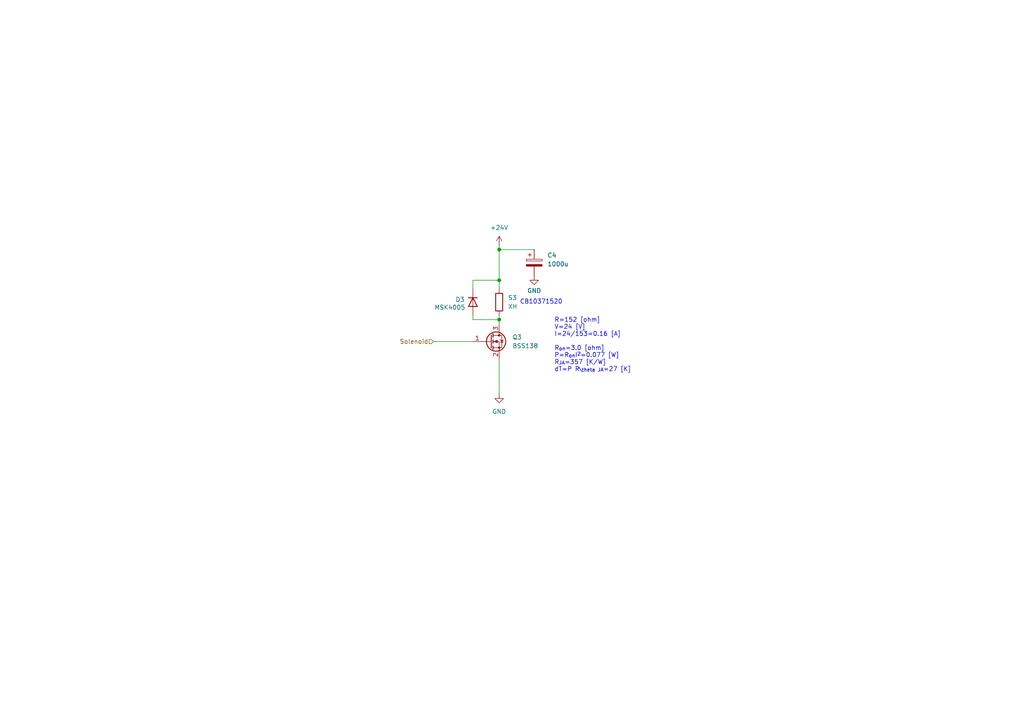
<source format=kicad_sch>
(kicad_sch (version 20250114) (generator "eeschema") (generator_version "9.0")
  (paper "A4")
  (lib_symbols
    (symbol "Device:C_Polarized" (pin_numbers (hide yes)) (pin_names (offset 0.254))
      (property "Reference" "C" (at 0.635 2.54 0))
      (property "Value" "C_Polarized" (at 0.635 -2.54 0))
      (symbol "C_Polarized_0_1"
        (rectangle (start -2.286 0.508) (end 2.286 1.016))
        (polyline (pts (xy -1.778 2.286) (xy -0.762 2.286)))
        (polyline (pts (xy -1.27 2.794) (xy -1.27 1.778)))
        (rectangle (start 2.286 -0.508) (end -2.286 -1.016) (fill (type outline)))
      )
      (symbol "C_Polarized_1_1"
        (pin passive line (at 0 3.81 270) (length 2.794) (name "~") (number "1"))
        (pin passive line (at 0 -3.81 90) (length 2.794) (name "~") (number "2"))
      )
    )
    (symbol "Device:D" (pin_numbers (hide yes)) (pin_names (offset 1.016) (hide yes))
      (property "Reference" "D" (at 0 2.54 0))
      (property "Value" "D" (at 0 -2.54 0))
      (symbol "D_0_1"
        (polyline (pts (xy -1.27 1.27) (xy -1.27 -1.27)) (stroke (width 0.254)))
        (polyline (pts (xy 1.27 1.27) (xy 1.27 -1.27) (xy -1.27 0) (xy 1.27 1.27)) (stroke (width 0.254)))
        (polyline (pts (xy 1.27 0) (xy -1.27 0)))
      )
      (symbol "D_1_1"
        (pin passive line (at -3.81 0 0) (length 2.54) (name "K") (number "1"))
        (pin passive line (at 3.81 0 180) (length 2.54) (name "A") (number "2"))
      )
    )
    (symbol "Device:Q_NMOS_GSD" (pin_names (offset 0) (hide yes))
      (property "Reference" "Q" (at 5.08 1.27 0))
      (property "Value" "Q_NMOS_GSD" (at 5.08 -1.27 0))
      (symbol "Q_NMOS_GSD_0_1"
        (polyline (pts (xy 0.254 1.905) (xy 0.254 -1.905)) (stroke (width 0.254)))
        (polyline (pts (xy 0.254 0) (xy -2.54 0)))
        (polyline (pts (xy 0.762 2.286) (xy 0.762 1.27)) (stroke (width 0.254)))
        (polyline (pts (xy 0.762 0.508) (xy 0.762 -0.508)) (stroke (width 0.254)))
        (polyline (pts (xy 0.762 -1.27) (xy 0.762 -2.286)) (stroke (width 0.254)))
        (polyline (pts (xy 0.762 -1.778) (xy 3.302 -1.778) (xy 3.302 1.778) (xy 0.762 1.778)))
        (polyline (pts (xy 1.016 0) (xy 2.032 0.381) (xy 2.032 -0.381) (xy 1.016 0)) (fill (type outline)))
        (circle (center 1.651 0) (radius 2.794) (stroke (width 0.254)))
        (polyline (pts (xy 2.54 2.54) (xy 2.54 1.778)))
        (circle (center 2.54 1.778) (radius 0.254) (fill (type outline)))
        (circle (center 2.54 -1.778) (radius 0.254) (fill (type outline)))
        (polyline (pts (xy 2.54 -2.54) (xy 2.54 0) (xy 0.762 0)))
        (polyline (pts (xy 2.794 0.508) (xy 2.921 0.381) (xy 3.683 0.381) (xy 3.81 0.254)))
        (polyline (pts (xy 3.302 0.381) (xy 2.921 -0.254) (xy 3.683 -0.254) (xy 3.302 0.381)))
      )
      (symbol "Q_NMOS_GSD_1_1"
        (pin input line (at -5.08 0 0) (length 2.54) (name "G") (number "1"))
        (pin passive line (at 2.54 5.08 270) (length 2.54) (name "D") (number "3"))
        (pin passive line (at 2.54 -5.08 90) (length 2.54) (name "S") (number "2"))
      )
    )
    (symbol "Device:R" (pin_numbers (hide yes)) (pin_names (offset 0))
      (property "Reference" "R" (at 2.032 0 90))
      (property "Value" "R" (at 0 0 90))
      (symbol "R_0_1"
        (rectangle (start -1.016 -2.54) (end 1.016 2.54) (stroke (width 0.254)))
      )
      (symbol "R_1_1"
        (pin passive line (at 0 3.81 270) (length 1.27) (name "~") (number "1"))
        (pin passive line (at 0 -3.81 90) (length 1.27) (name "~") (number "2"))
      )
    )
    (symbol "power:+24V" (power) (pin_numbers (hide yes)) (pin_names (offset 0) (hide yes))
      (property "Value" "+24V" (at 0 3.556 0))
      (symbol "+24V_0_1"
        (polyline (pts (xy -0.762 1.27) (xy 0 2.54)))
        (polyline (pts (xy 0 2.54) (xy 0.762 1.27)))
        (polyline (pts (xy 0 0) (xy 0 2.54)))
      )
      (symbol "+24V_1_1"
        (pin power_in line (at 0 0 90) (length 0) (name "~") (number "1"))
      )
    )
    (symbol "power:GND" (power) (pin_numbers (hide yes)) (pin_names (offset 0) (hide yes))
      (property "Value" "GND" (at 0 -3.81 0))
      (symbol "GND_0_1"
        (polyline (pts (xy 0 0) (xy 0 -1.27) (xy 1.27 -1.27) (xy 0 -2.54) (xy -1.27 -1.27) (xy 0 -1.27)))
      )
      (symbol "GND_1_1"
        (pin power_in line (at 0 0 270) (length 0) (name "~") (number "1"))
      )
    )
  )
  (text "CB10371520" (at 156.972 87.63 0) (effects (font (size 1.27 1.27))))
  (text "R=152 [ohm]\nV=24 [V]\nI=24/153=0.16 [A]\n\nR_{on}=3.0 [ohm]\nP=R_{on}I^{2}=0.077 [W]\nR_{JA}=357 [K/W]\ndT=P R_{\\theta JA}=27 [K]\n" (at 160.782 100.076 0) (effects (font (size 1.27 1.27)) (justify left)))
  (junction (at 144.78 92.71))
  (junction (at 144.78 72.39))
  (junction (at 144.78 81.28))
  (wire (pts (xy 144.78 71.12) (xy 144.78 72.39)))
  (wire (pts (xy 144.78 92.71) (xy 144.78 93.98)))
  (wire (pts (xy 144.78 104.14) (xy 144.78 114.3)))
  (wire (pts (xy 137.16 83.82) (xy 137.16 81.28)))
  (wire (pts (xy 144.78 72.39) (xy 144.78 81.28)))
  (wire (pts (xy 144.78 81.28) (xy 144.78 83.82)))
  (wire (pts (xy 154.94 72.39) (xy 144.78 72.39)))
  (wire (pts (xy 137.16 81.28) (xy 144.78 81.28)))
  (wire (pts (xy 144.78 92.71) (xy 144.78 91.44)))
  (wire (pts (xy 137.16 92.71) (xy 144.78 92.71)))
  (wire (pts (xy 125.73 99.06) (xy 137.16 99.06)))
  (wire (pts (xy 137.16 91.44) (xy 137.16 92.71)))
  (hierarchical_label "Solenoid" (shape input) (at 125.73 99.06 180))
  (symbol (lib_id "Device:Q_NMOS_GSD") (at 142.24 99.06 0) (unit 1)
    (property "Reference" "Q1" (at 148.59 97.7899 0) (effects (justify left)))
    (property "Value" "BSS138" (at 148.59 100.3299 0) (effects (justify left)))
    (property "Footprint" "Package_TO_SOT_SMD:SOT-23" (effects (hide yes)))
    (property "Description" "N-MOSFET transistor, gate/source/drain" (effects (hide yes)))
    (property "JLCPCB Parts#" "C427380" (effects (hide yes)))
    (instances (project "solenoid_board" (path "" (reference "Q3") (unit 1)) (path "" (reference "Q7") (unit 1)) (path "" (reference "Q1") (unit 1)) (path "" (reference "Q8") (unit 1)) (path "" (reference "Q5") (unit 1)) (path "" (reference "Q4") (unit 1)) (path "" (reference "Q2") (unit 1)) (path "" (reference "Q6") (unit 1))))
  )
  (symbol (lib_id "power:GND") (at 144.78 114.3 0) (unit 1)
    (property "Reference" "#PWR02" (effects (hide yes)))
    (property "Value" "GND" (at 144.78 119.38 0))
    (property "Description" "Power symbol creates a global label with name \"GND\" , ground" (effects (hide yes)))
    (instances (project "solenoid_board" (path "" (reference "#PWR06") (unit 1)) (path "" (reference "#PWR014") (unit 1)) (path "" (reference "#PWR02") (unit 1)) (path "" (reference "#PWR016") (unit 1)) (path "" (reference "#PWR010") (unit 1)) (path "" (reference "#PWR08") (unit 1)) (path "" (reference "#PWR04") (unit 1)) (path "" (reference "#PWR012") (unit 1))))
  )
  (symbol (lib_id "Device:D") (at 137.16 87.63 270) (unit 1)
    (property "Reference" "D1" (at 132.08 86.868 90) (effects (justify left)))
    (property "Value" "MSK4005" (at 125.984 89.154 90) (effects (justify left)))
    (property "Footprint" "Diode_SMD:D_SOD-523" (effects (hide yes)))
    (property "Datasheet" "https://www.lcsc.com/datasheet/lcsc_datasheet_1912111437_Shikues-MSK4005_C345957.pdf" (effects (hide yes)))
    (property "Description" "Diode" (effects (hide yes)))
    (property "Sim.Device" "D" (effects (hide yes)))
    (property "Sim.Pins" "1=K 2=A" (effects (hide yes)))
    (instances (project "solenoid_board" (path "" (reference "D3") (unit 1)) (path "" (reference "D7") (unit 1)) (path "" (reference "D1") (unit 1)) (path "" (reference "D8") (unit 1)) (path "" (reference "D5") (unit 1)) (path "" (reference "D4") (unit 1)) (path "" (reference "D2") (unit 1)) (path "" (reference "D6") (unit 1))))
  )
  (symbol (lib_id "power:GND") (at 154.94 80.01 0) (unit 1)
    (property "Reference" "#PWR017" (effects (hide yes)))
    (property "Value" "GND" (at 154.94 84.328 0))
    (property "Description" "Power symbol creates a global label with name \"GND\" , ground" (effects (hide yes)))
    (instances (project "solenoid_board" (path "" (reference "#PWR019") (unit 1)) (path "" (reference "#PWR037") (unit 1)) (path "" (reference "#PWR017") (unit 1)) (path "" (reference "#PWR038") (unit 1)) (path "" (reference "#PWR035") (unit 1)) (path "" (reference "#PWR034") (unit 1)) (path "" (reference "#PWR018") (unit 1)) (path "" (reference "#PWR036") (unit 1))))
  )
  (symbol (lib_id "Device:R") (at 144.78 87.63 0) (unit 1)
    (property "Reference" "S1" (at 147.32 86.3599 0) (effects (justify left)))
    (property "Value" "XH" (at 147.32 88.8999 0) (effects (justify left)))
    (property "Footprint" "Connector_JST:JST_XH_B2B-XH-A_1x02_P2.50mm_Vertical" (effects (hide yes)))
    (property "Datasheet" "https://www.takaha.co.jp/product/cb/pdf/CB1037.pdf?_gl=1*qjoaoj*_ga*MTMxMjE5NjQzMC4xNzM1NzM5NDI5*_ga_NLHW3KSNBB*MTczNTczOTQyOS4xLjAuMTczNTczOTQyOS42MC4wLjA." (effects (hide yes)))
    (property "Description" "Solenoid" (effects (hide yes)))
    (instances (project "solenoid_board" (path "" (reference "S3") (unit 1)) (path "" (reference "S7") (unit 1)) (path "" (reference "S1") (unit 1)) (path "" (reference "S8") (unit 1)) (path "" (reference "S5") (unit 1)) (path "" (reference "S4") (unit 1)) (path "" (reference "S2") (unit 1)) (path "" (reference "S6") (unit 1))))
  )
  (symbol (lib_id "Device:C_Polarized") (at 154.94 76.2 0) (unit 1)
    (property "Reference" "C2" (at 158.75 74.0409 0) (effects (justify left)))
    (property "Value" "1000u" (at 158.75 76.5809 0) (effects (justify left)))
    (property "Footprint" "Capacitor_THT:CP_Radial_D10.0mm_P5.00mm" (effects (hide yes)))
    (property "Description" "Polarized capacitor" (effects (hide yes)))
    (instances (project "" (path "" (reference "C4") (unit 1)) (path "" (reference "C8") (unit 1)) (path "" (reference "C2") (unit 1)) (path "" (reference "C9") (unit 1)) (path "" (reference "C6") (unit 1)) (path "" (reference "C5") (unit 1)) (path "" (reference "C3") (unit 1)) (path "" (reference "C7") (unit 1))))
  )
  (symbol (lib_id "power:+24V") (at 144.78 71.12 0) (unit 1)
    (property "Reference" "#PWR01" (effects (hide yes)))
    (property "Value" "+24V" (at 144.78 66.04 0))
    (property "Description" "Power symbol creates a global label with name \"+24V\"" (effects (hide yes)))
    (instances (project "solenoid_board" (path "" (reference "#PWR05") (unit 1)) (path "" (reference "#PWR013") (unit 1)) (path "" (reference "#PWR01") (unit 1)) (path "" (reference "#PWR015") (unit 1)) (path "" (reference "#PWR09") (unit 1)) (path "" (reference "#PWR07") (unit 1)) (path "" (reference "#PWR03") (unit 1)) (path "" (reference "#PWR011") (unit 1))))
  )
)
</source>
